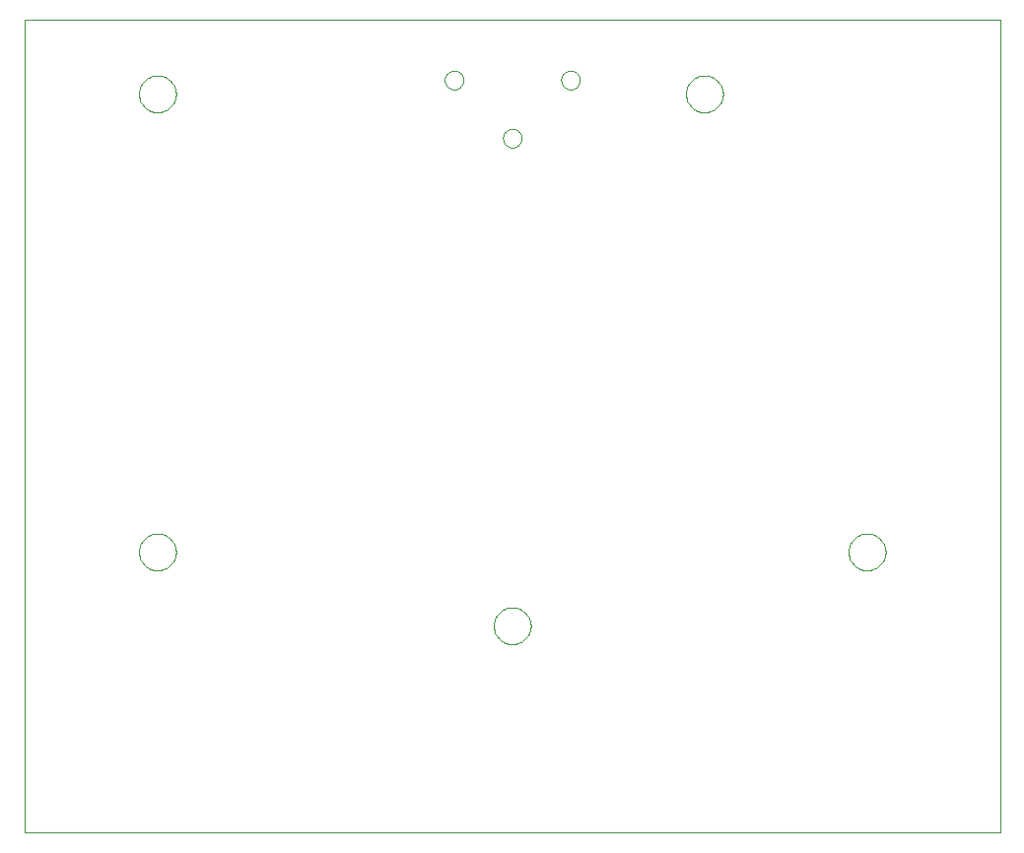
<source format=gko>
G75*
%MOIN*%
%OFA0B0*%
%FSLAX24Y24*%
%IPPOS*%
%LPD*%
%AMOC8*
5,1,8,0,0,1.08239X$1,22.5*
%
%ADD10C,0.0000*%
D10*
X001130Y000220D02*
X001130Y027720D01*
X034130Y027720D01*
X034130Y000220D01*
X001130Y000220D01*
X005005Y009720D02*
X005007Y009770D01*
X005013Y009819D01*
X005023Y009868D01*
X005036Y009915D01*
X005054Y009962D01*
X005075Y010007D01*
X005099Y010050D01*
X005127Y010091D01*
X005158Y010130D01*
X005192Y010166D01*
X005229Y010200D01*
X005269Y010230D01*
X005310Y010257D01*
X005354Y010281D01*
X005399Y010301D01*
X005446Y010317D01*
X005494Y010330D01*
X005543Y010339D01*
X005593Y010344D01*
X005642Y010345D01*
X005692Y010342D01*
X005741Y010335D01*
X005790Y010324D01*
X005837Y010310D01*
X005883Y010291D01*
X005928Y010269D01*
X005971Y010244D01*
X006011Y010215D01*
X006049Y010183D01*
X006085Y010149D01*
X006118Y010111D01*
X006147Y010071D01*
X006173Y010029D01*
X006196Y009985D01*
X006215Y009939D01*
X006231Y009892D01*
X006243Y009843D01*
X006251Y009794D01*
X006255Y009745D01*
X006255Y009695D01*
X006251Y009646D01*
X006243Y009597D01*
X006231Y009548D01*
X006215Y009501D01*
X006196Y009455D01*
X006173Y009411D01*
X006147Y009369D01*
X006118Y009329D01*
X006085Y009291D01*
X006049Y009257D01*
X006011Y009225D01*
X005971Y009196D01*
X005928Y009171D01*
X005883Y009149D01*
X005837Y009130D01*
X005790Y009116D01*
X005741Y009105D01*
X005692Y009098D01*
X005642Y009095D01*
X005593Y009096D01*
X005543Y009101D01*
X005494Y009110D01*
X005446Y009123D01*
X005399Y009139D01*
X005354Y009159D01*
X005310Y009183D01*
X005269Y009210D01*
X005229Y009240D01*
X005192Y009274D01*
X005158Y009310D01*
X005127Y009349D01*
X005099Y009390D01*
X005075Y009433D01*
X005054Y009478D01*
X005036Y009525D01*
X005023Y009572D01*
X005013Y009621D01*
X005007Y009670D01*
X005005Y009720D01*
X017005Y007220D02*
X017007Y007270D01*
X017013Y007319D01*
X017023Y007368D01*
X017036Y007415D01*
X017054Y007462D01*
X017075Y007507D01*
X017099Y007550D01*
X017127Y007591D01*
X017158Y007630D01*
X017192Y007666D01*
X017229Y007700D01*
X017269Y007730D01*
X017310Y007757D01*
X017354Y007781D01*
X017399Y007801D01*
X017446Y007817D01*
X017494Y007830D01*
X017543Y007839D01*
X017593Y007844D01*
X017642Y007845D01*
X017692Y007842D01*
X017741Y007835D01*
X017790Y007824D01*
X017837Y007810D01*
X017883Y007791D01*
X017928Y007769D01*
X017971Y007744D01*
X018011Y007715D01*
X018049Y007683D01*
X018085Y007649D01*
X018118Y007611D01*
X018147Y007571D01*
X018173Y007529D01*
X018196Y007485D01*
X018215Y007439D01*
X018231Y007392D01*
X018243Y007343D01*
X018251Y007294D01*
X018255Y007245D01*
X018255Y007195D01*
X018251Y007146D01*
X018243Y007097D01*
X018231Y007048D01*
X018215Y007001D01*
X018196Y006955D01*
X018173Y006911D01*
X018147Y006869D01*
X018118Y006829D01*
X018085Y006791D01*
X018049Y006757D01*
X018011Y006725D01*
X017971Y006696D01*
X017928Y006671D01*
X017883Y006649D01*
X017837Y006630D01*
X017790Y006616D01*
X017741Y006605D01*
X017692Y006598D01*
X017642Y006595D01*
X017593Y006596D01*
X017543Y006601D01*
X017494Y006610D01*
X017446Y006623D01*
X017399Y006639D01*
X017354Y006659D01*
X017310Y006683D01*
X017269Y006710D01*
X017229Y006740D01*
X017192Y006774D01*
X017158Y006810D01*
X017127Y006849D01*
X017099Y006890D01*
X017075Y006933D01*
X017054Y006978D01*
X017036Y007025D01*
X017023Y007072D01*
X017013Y007121D01*
X017007Y007170D01*
X017005Y007220D01*
X029005Y009720D02*
X029007Y009770D01*
X029013Y009819D01*
X029023Y009868D01*
X029036Y009915D01*
X029054Y009962D01*
X029075Y010007D01*
X029099Y010050D01*
X029127Y010091D01*
X029158Y010130D01*
X029192Y010166D01*
X029229Y010200D01*
X029269Y010230D01*
X029310Y010257D01*
X029354Y010281D01*
X029399Y010301D01*
X029446Y010317D01*
X029494Y010330D01*
X029543Y010339D01*
X029593Y010344D01*
X029642Y010345D01*
X029692Y010342D01*
X029741Y010335D01*
X029790Y010324D01*
X029837Y010310D01*
X029883Y010291D01*
X029928Y010269D01*
X029971Y010244D01*
X030011Y010215D01*
X030049Y010183D01*
X030085Y010149D01*
X030118Y010111D01*
X030147Y010071D01*
X030173Y010029D01*
X030196Y009985D01*
X030215Y009939D01*
X030231Y009892D01*
X030243Y009843D01*
X030251Y009794D01*
X030255Y009745D01*
X030255Y009695D01*
X030251Y009646D01*
X030243Y009597D01*
X030231Y009548D01*
X030215Y009501D01*
X030196Y009455D01*
X030173Y009411D01*
X030147Y009369D01*
X030118Y009329D01*
X030085Y009291D01*
X030049Y009257D01*
X030011Y009225D01*
X029971Y009196D01*
X029928Y009171D01*
X029883Y009149D01*
X029837Y009130D01*
X029790Y009116D01*
X029741Y009105D01*
X029692Y009098D01*
X029642Y009095D01*
X029593Y009096D01*
X029543Y009101D01*
X029494Y009110D01*
X029446Y009123D01*
X029399Y009139D01*
X029354Y009159D01*
X029310Y009183D01*
X029269Y009210D01*
X029229Y009240D01*
X029192Y009274D01*
X029158Y009310D01*
X029127Y009349D01*
X029099Y009390D01*
X029075Y009433D01*
X029054Y009478D01*
X029036Y009525D01*
X029023Y009572D01*
X029013Y009621D01*
X029007Y009670D01*
X029005Y009720D01*
X017315Y023720D02*
X017317Y023755D01*
X017323Y023790D01*
X017333Y023824D01*
X017346Y023857D01*
X017363Y023888D01*
X017384Y023916D01*
X017407Y023943D01*
X017434Y023966D01*
X017462Y023987D01*
X017493Y024004D01*
X017526Y024017D01*
X017560Y024027D01*
X017595Y024033D01*
X017630Y024035D01*
X017665Y024033D01*
X017700Y024027D01*
X017734Y024017D01*
X017767Y024004D01*
X017798Y023987D01*
X017826Y023966D01*
X017853Y023943D01*
X017876Y023916D01*
X017897Y023888D01*
X017914Y023857D01*
X017927Y023824D01*
X017937Y023790D01*
X017943Y023755D01*
X017945Y023720D01*
X017943Y023685D01*
X017937Y023650D01*
X017927Y023616D01*
X017914Y023583D01*
X017897Y023552D01*
X017876Y023524D01*
X017853Y023497D01*
X017826Y023474D01*
X017798Y023453D01*
X017767Y023436D01*
X017734Y023423D01*
X017700Y023413D01*
X017665Y023407D01*
X017630Y023405D01*
X017595Y023407D01*
X017560Y023413D01*
X017526Y023423D01*
X017493Y023436D01*
X017462Y023453D01*
X017434Y023474D01*
X017407Y023497D01*
X017384Y023524D01*
X017363Y023552D01*
X017346Y023583D01*
X017333Y023616D01*
X017323Y023650D01*
X017317Y023685D01*
X017315Y023720D01*
X015346Y025689D02*
X015348Y025724D01*
X015354Y025759D01*
X015364Y025793D01*
X015377Y025826D01*
X015394Y025857D01*
X015415Y025885D01*
X015438Y025912D01*
X015465Y025935D01*
X015493Y025956D01*
X015524Y025973D01*
X015557Y025986D01*
X015591Y025996D01*
X015626Y026002D01*
X015661Y026004D01*
X015696Y026002D01*
X015731Y025996D01*
X015765Y025986D01*
X015798Y025973D01*
X015829Y025956D01*
X015857Y025935D01*
X015884Y025912D01*
X015907Y025885D01*
X015928Y025857D01*
X015945Y025826D01*
X015958Y025793D01*
X015968Y025759D01*
X015974Y025724D01*
X015976Y025689D01*
X015974Y025654D01*
X015968Y025619D01*
X015958Y025585D01*
X015945Y025552D01*
X015928Y025521D01*
X015907Y025493D01*
X015884Y025466D01*
X015857Y025443D01*
X015829Y025422D01*
X015798Y025405D01*
X015765Y025392D01*
X015731Y025382D01*
X015696Y025376D01*
X015661Y025374D01*
X015626Y025376D01*
X015591Y025382D01*
X015557Y025392D01*
X015524Y025405D01*
X015493Y025422D01*
X015465Y025443D01*
X015438Y025466D01*
X015415Y025493D01*
X015394Y025521D01*
X015377Y025552D01*
X015364Y025585D01*
X015354Y025619D01*
X015348Y025654D01*
X015346Y025689D01*
X019284Y025689D02*
X019286Y025724D01*
X019292Y025759D01*
X019302Y025793D01*
X019315Y025826D01*
X019332Y025857D01*
X019353Y025885D01*
X019376Y025912D01*
X019403Y025935D01*
X019431Y025956D01*
X019462Y025973D01*
X019495Y025986D01*
X019529Y025996D01*
X019564Y026002D01*
X019599Y026004D01*
X019634Y026002D01*
X019669Y025996D01*
X019703Y025986D01*
X019736Y025973D01*
X019767Y025956D01*
X019795Y025935D01*
X019822Y025912D01*
X019845Y025885D01*
X019866Y025857D01*
X019883Y025826D01*
X019896Y025793D01*
X019906Y025759D01*
X019912Y025724D01*
X019914Y025689D01*
X019912Y025654D01*
X019906Y025619D01*
X019896Y025585D01*
X019883Y025552D01*
X019866Y025521D01*
X019845Y025493D01*
X019822Y025466D01*
X019795Y025443D01*
X019767Y025422D01*
X019736Y025405D01*
X019703Y025392D01*
X019669Y025382D01*
X019634Y025376D01*
X019599Y025374D01*
X019564Y025376D01*
X019529Y025382D01*
X019495Y025392D01*
X019462Y025405D01*
X019431Y025422D01*
X019403Y025443D01*
X019376Y025466D01*
X019353Y025493D01*
X019332Y025521D01*
X019315Y025552D01*
X019302Y025585D01*
X019292Y025619D01*
X019286Y025654D01*
X019284Y025689D01*
X023505Y025220D02*
X023507Y025270D01*
X023513Y025319D01*
X023523Y025368D01*
X023536Y025415D01*
X023554Y025462D01*
X023575Y025507D01*
X023599Y025550D01*
X023627Y025591D01*
X023658Y025630D01*
X023692Y025666D01*
X023729Y025700D01*
X023769Y025730D01*
X023810Y025757D01*
X023854Y025781D01*
X023899Y025801D01*
X023946Y025817D01*
X023994Y025830D01*
X024043Y025839D01*
X024093Y025844D01*
X024142Y025845D01*
X024192Y025842D01*
X024241Y025835D01*
X024290Y025824D01*
X024337Y025810D01*
X024383Y025791D01*
X024428Y025769D01*
X024471Y025744D01*
X024511Y025715D01*
X024549Y025683D01*
X024585Y025649D01*
X024618Y025611D01*
X024647Y025571D01*
X024673Y025529D01*
X024696Y025485D01*
X024715Y025439D01*
X024731Y025392D01*
X024743Y025343D01*
X024751Y025294D01*
X024755Y025245D01*
X024755Y025195D01*
X024751Y025146D01*
X024743Y025097D01*
X024731Y025048D01*
X024715Y025001D01*
X024696Y024955D01*
X024673Y024911D01*
X024647Y024869D01*
X024618Y024829D01*
X024585Y024791D01*
X024549Y024757D01*
X024511Y024725D01*
X024471Y024696D01*
X024428Y024671D01*
X024383Y024649D01*
X024337Y024630D01*
X024290Y024616D01*
X024241Y024605D01*
X024192Y024598D01*
X024142Y024595D01*
X024093Y024596D01*
X024043Y024601D01*
X023994Y024610D01*
X023946Y024623D01*
X023899Y024639D01*
X023854Y024659D01*
X023810Y024683D01*
X023769Y024710D01*
X023729Y024740D01*
X023692Y024774D01*
X023658Y024810D01*
X023627Y024849D01*
X023599Y024890D01*
X023575Y024933D01*
X023554Y024978D01*
X023536Y025025D01*
X023523Y025072D01*
X023513Y025121D01*
X023507Y025170D01*
X023505Y025220D01*
X005005Y025220D02*
X005007Y025270D01*
X005013Y025319D01*
X005023Y025368D01*
X005036Y025415D01*
X005054Y025462D01*
X005075Y025507D01*
X005099Y025550D01*
X005127Y025591D01*
X005158Y025630D01*
X005192Y025666D01*
X005229Y025700D01*
X005269Y025730D01*
X005310Y025757D01*
X005354Y025781D01*
X005399Y025801D01*
X005446Y025817D01*
X005494Y025830D01*
X005543Y025839D01*
X005593Y025844D01*
X005642Y025845D01*
X005692Y025842D01*
X005741Y025835D01*
X005790Y025824D01*
X005837Y025810D01*
X005883Y025791D01*
X005928Y025769D01*
X005971Y025744D01*
X006011Y025715D01*
X006049Y025683D01*
X006085Y025649D01*
X006118Y025611D01*
X006147Y025571D01*
X006173Y025529D01*
X006196Y025485D01*
X006215Y025439D01*
X006231Y025392D01*
X006243Y025343D01*
X006251Y025294D01*
X006255Y025245D01*
X006255Y025195D01*
X006251Y025146D01*
X006243Y025097D01*
X006231Y025048D01*
X006215Y025001D01*
X006196Y024955D01*
X006173Y024911D01*
X006147Y024869D01*
X006118Y024829D01*
X006085Y024791D01*
X006049Y024757D01*
X006011Y024725D01*
X005971Y024696D01*
X005928Y024671D01*
X005883Y024649D01*
X005837Y024630D01*
X005790Y024616D01*
X005741Y024605D01*
X005692Y024598D01*
X005642Y024595D01*
X005593Y024596D01*
X005543Y024601D01*
X005494Y024610D01*
X005446Y024623D01*
X005399Y024639D01*
X005354Y024659D01*
X005310Y024683D01*
X005269Y024710D01*
X005229Y024740D01*
X005192Y024774D01*
X005158Y024810D01*
X005127Y024849D01*
X005099Y024890D01*
X005075Y024933D01*
X005054Y024978D01*
X005036Y025025D01*
X005023Y025072D01*
X005013Y025121D01*
X005007Y025170D01*
X005005Y025220D01*
M02*

</source>
